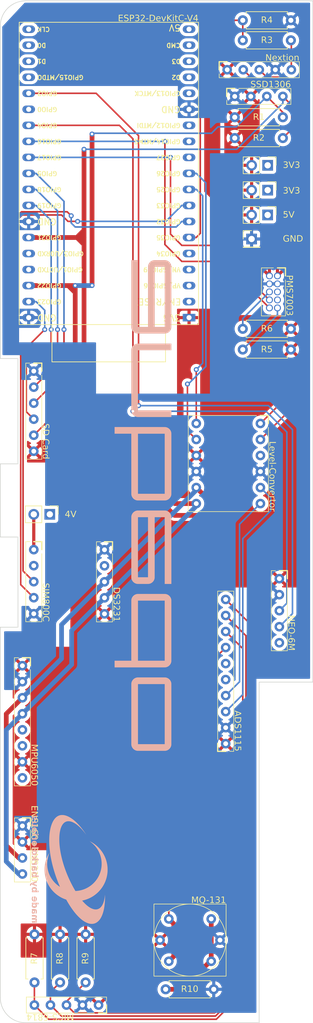
<source format=kicad_pcb>
(kicad_pcb (version 20240108) (generator "pcbnew") (generator_version "8.0")
  (title_block (title "opaque: Open-source Portable Air QUality Equipment") (date "2025-02-01") (rev "R1.1") (company "Barkın Özsoy (barkolorious)") (comment 1 "TÜBİTAK 2204-D"))
  (layers (0 "F.Cu" signal) (31 "B.Cu" signal) (34 "B.Paste" user) (35 "F.Paste" user) (36 "B.SilkS" user "B.Silkscreen") (37 "F.SilkS" user "F.Silkscreen") (38 "B.Mask" user) (39 "F.Mask" user) (44 "Edge.Cuts" user))
  (net 0 "")
  (net 2 "5V")
  (net 3 "4V")
  (net 6 "3V3")
  (net 8 "BAT_{Level}")
  (net 9 "BAT_{Charge}")
  (net 10 "BTN_{Record}")
  (net 11 "BTN_{Backup}")
  (net 12 "SCL")
  (net 13 "SDA")
  (net 14 "Net-(U11-INT)")
  (net 15 "INT_{Nextion}")
  (net 16 "GND")
  (net 17 "Net-(U12-SET)")
  (net 18 "Net-(U12-RESET)")
  (net 19 "Net-(U10-A2)")
  (net 20 "Net-(U10-A1)")
  (net 21 "Net-(U10-A0)")
  (net 22 "Net-(R10-Pad1)")
  (net 24 "RX_{PMS7003}")
  (net 27 "RX_{SIM800C}")
  (net 28 "TX_{SIM800C}")
  (net 33 "CLK")
  (net 35 "~{CS}_{SD}")
  (net 36 "TX_{PMS7003}")
  (net 38 "unconnected-(U1-SD_DATA3{slash}GPIO10-Pad17)")
  (net 40 "MISO")
  (net 41 "RX_{Nextion}")
  (net 42 "TX_{Nextion}")
  (net 44 "RX_{NEO-6M}")
  (net 47 "MOSI")
  (net 49 "TX_{NEO-6M}")
  (net 56 "Net-(U11-RXD)")
  (net 57 "Net-(U11-TXD)")
  (net 58 "Net-(U10-SCL)")
  (net 59 "Net-(U10-SDA)")
  (net 64 "Net-(U10-A3)")
  (footprint "Connector_PinHeader_2.54mm:PinHeader_1x02_P2.54mm_Vertical" (layer "F.Cu") (at 124.041 89.375 -90)
    (property "Reference" "J2" (hide yes))
    (property "Value" "Conn_01x02_Pin" (hide yes))
  )
  (footprint "opaque-components:MPU6050" (layer "F.Cu") (at 85.198 169.721 -90)
    (property "Reference" "U3" (hide yes))
    (property "Value" "~")
  )
  (footprint "opaque-components:ENS160+ENS210" (layer "F.Cu") (at 85.198 190.041 -90)
    (property "Reference" "U4" (hide yes))
    (property "Value" "~")
  )
  (footprint "Resistor_THT:R_Axial_DIN0207_L6.3mm_D2.5mm_P7.62mm_Horizontal" (layer "F.Cu") (at 127.724 58.514 180)
    (property "Reference" "R4")
    (property "Value" "10kΩ")
  )
  (footprint "opaque-components:Level-Convertor" (layer "F.Cu") (at 117.818 128.781 -90)
    (property "Reference" "U9" (hide yes))
    (property "Value" "~")
  )
  (footprint "Resistor_THT:R_Axial_DIN0207_L6.3mm_D2.5mm_P7.62mm_Horizontal" (layer "F.Cu") (at 127.724 110.711 180)
    (property "Reference" "R5")
    (property "Value" "10kΩ")
  )
  (footprint "PCM_Espressif:ESP32-DevKitC" (layer "F.Cu") (at 111.59432 105.64828 180)
    (property "Reference" "U1" (hide yes))
    (property "Value" "ESP32-DevKitC" (hide yes))
  )
  (footprint "Resistor_THT:R_Axial_DIN0207_L6.3mm_D2.5mm_P7.62mm_Horizontal" (layer "F.Cu") (at 118.834 77.183)
    (property "Reference" "R2")
    (property "Value" "3.3kΩ")
  )
  (footprint "Resistor_THT:R_Axial_DIN0207_L6.3mm_D2.5mm_P7.62mm_Horizontal" (layer "F.Cu") (at 120.104 61.689)
    (property "Reference" "R3")
    (property "Value" "5.6kΩ")
  )
  (footprint "opaque-components:MQ-131" (layer "F.Cu") (at 111.748 204.331)
    (property "Reference" "U14" (hide yes))
    (property "Value" "~")
  )
  (footprint "opaque-components:SD_Card" (layer "F.Cu") (at 86.998 120.481 -90)
    (property "Reference" "U6" (hide yes))
    (property "Value" "~")
  )
  (footprint "Connector_PinHeader_2.54mm:PinHeader_1x01_P2.54mm_Vertical" (layer "F.Cu") (at 121.501 93.185)
    (property "Reference" "J1" (hide yes))
    (property "Value" "Conn_01x01_Socket" (hide yes))
  )
  (footprint "opaque-components:SIM800C" (layer "F.Cu") (at 86.998 146.876 -90)
    (property "Reference" "U5" (hide yes))
    (property "Value" "~")
  )
  (footprint "Connector_PinHeader_2.54mm:PinHeader_1x02_P2.54mm_Vertical" (layer "F.Cu") (at 124.046 85.438 -90)
    (property "Reference" "J4" (hide yes))
    (property "Value" "Conn_01x02_Pin" (hide yes))
  )
  (footprint "Resistor_THT:R_Axial_DIN0207_L6.3mm_D2.5mm_P7.62mm_Horizontal" (layer "F.Cu") (at 127.724 107.423 180)
    (property "Reference" "R6")
    (property "Value" "10kΩ")
  )
  (footprint "Connector_PinHeader_2.54mm:PinHeader_1x02_P2.54mm_Vertical" (layer "F.Cu") (at 124.046 81.501 -90)
    (property "Reference" "J5" (hide yes))
    (property "Value" "Conn_01x02_Pin" (hide yes))
  )
  (footprint "opaque-components:NX4827P043" (layer "F.Cu") (at 122.718 66.351)
    (property "Reference" "U11" (hide yes))
    (property "Value" "~")
  )
  (footprint "opaque-components:NEO-6M" (layer "F.Cu") (at 125.898 152.111 -90)
    (property "Reference" "U7" (hide yes))
    (property "Value" "~")
  )
  (footprint "Connector_PinHeader_2.54mm:PinHeader_1x02_P2.54mm_Vertical" (layer "F.Cu") (at 89.538 136.831 -90)
    (property "Reference" "J3" (hide yes))
    (property "Value" "Conn_01x02_Pin" (hide yes))
  )
  (footprint "Resistor_THT:R_Axial_DIN0207_L6.3mm_D2.5mm_P7.62mm_Horizontal" (layer "F.Cu") (at 118.834 73.881)
    (property "Reference" "R1")
    (property "Value" "3.3kΩ")
  )
  (footprint "Resistor_THT:R_Axial_DIN0207_L6.3mm_D2.5mm_P7.62mm_Horizontal" (layer "F.Cu") (at 95.212 211.041 90)
    (property "Reference" "R9")
    (property "Value" "47kΩ")
  )
  (footprint "Resistor_THT:R_Axial_DIN0207_L6.3mm_D2.5mm_P7.62mm_Horizontal" (layer "F.Cu") (at 91.162 211.041 90)
    (property "Reference" "R8")
    (property "Value" "47kΩ")
  )
  (footprint "opaque-components:SSD1306" (layer "F.Cu") (at 122.644 70.579)
    (property "Reference" "U8" (hide yes))
    (property "Value" "~")
  )
  (footprint "opaque-components:MICS-6814" (layer "F.Cu") (at 92.178 214.631 180)
    (property "Reference" "U13" (hide yes))
    (property "Value" "~")
  )
  (footprint "Resistor_THT:R_Axial_DIN0207_L6.3mm_D2.5mm_P7.62mm_Horizontal" (layer "F.Cu") (at 107.888 212.131)
    (property "Reference" "R10")
    (property "Value" "1MΩ")
  )
  (footprint "Resistor_THT:R_Axial_DIN0207_L6.3mm_D2.5mm_P7.62mm_Horizontal" (layer "F.Cu") (at 87.112 211.041 90)
    (property "Reference" "R7")
    (property "Value" "47kΩ")
  )
  (footprint "opaque-components:PMS7003" (layer "F.Cu") (at 124.963 101.571 -90)
    (property "Reference" "U12" (hide yes))
    (property "Value" "~")
  )
  (footprint "opaque-components:DS3231" (layer "F.Cu") (at 98.198 147.531 -90)
    (property "Reference" "U2" (hide yes))
    (property "Value" "~")
  )
  (footprint "clipboard:4caf8f08-ef57-4cd8-b036-9392498239b6" (layer "F.Cu") (at 85.814 215.867 180)
    (property "Reference" "")
    (property "Value" "")
  )
  (footprint "opaque-components:ADS1115" (layer "F.Cu") (at 117.398 161.761 90)
    (property "Reference" "U10" (hide yes))
    (property "Value" "~")
  )
  (footprint "LOGO" (layer "B.Cu") (at 104.298 135.431 90)
    (property "Reference" "G***" (hide yes))
    (property "Value" "LOGO" (hide yes))
  )
  (footprint "LOGO" (layer "B.Cu") (at 93.698 193.131 90)
    (property "Reference" "G***" (hide yes))
    (property "Value" "LOGO" (hide yes))
  )
  (gr_poly (pts (xy 94.577 93.312) (xy 93.815 93.312) (xy 94.577 94.074)) (stroke (width 0.2)) (fill solid) (layer "F.Cu") (net 13))
  (gr_poly (pts (xy 94.577 92.55) (xy 94.577 91.788) (xy 93.815 92.55)) (stroke (width 0.2)) (fill solid) (layer "F.Cu") (net 13))
  (gr_poly (pts (xy 93.18 100.932) (xy 92.418 100.932) (xy 93.18 101.694)) (stroke (width 0.2)) (fill solid) (layer "F.Cu") (net 12))
  (gr_line (start 122.698 163.431) (end 122.698 217.431) (stroke (width 0.1)) (layer "Edge.Cuts"))
  (gr_line (start 84.498 154.731) (end 84.498 140.431) (stroke (width 0.1)) (layer "Edge.Cuts"))
  (gr_line (start 131.198 163.431) (end 122.698 163.431) (stroke (width 0.1)) (layer "Edge.Cuts"))
  (gr_line (start 131.198 55.431) (end 131.198 163.431) (stroke (width 0.1)) (layer "Edge.Cuts"))
  (gr_line (start 84.498 128.831) (end 84.498 112.131) (stroke (width 0.1)) (layer "Edge.Cuts"))
  (gr_line (start 85.698 55.431) (end 131.198 55.431) (stroke (width 0.1)) (layer "Edge.Cuts"))
  (gr_arc (start 81.698 59.431) (mid 82.869573 56.602573) (end 85.698 55.431) (stroke (width 0.1)) (layer "Edge.Cuts"))
  (gr_line (start 81.698 128.831) (end 84.498 128.831) (stroke (width 0.1)) (layer "Edge.Cuts"))
  (gr_line (start 81.698 154.731) (end 84.498 154.731) (stroke (width 0.1)) (layer "Edge.Cuts"))
  (gr_line (start 84.498 112.131) (end 81.698 112.131) (stroke (width 0.1)) (layer "Edge.Cuts"))
  (gr_line (start 81.698 213.431) (end 81.698 154.731) (stroke (width 0.1)) (layer "Edge.Cuts"))
  (gr_arc (start 85.698 217.431) (mid 82.869573 216.259427) (end 81.698 213.431) (stroke (width 0.1)) (layer "Edge.Cuts"))
  (gr_line (start 122.698 217.431) (end 85.698 217.431) (stroke (width 0.1)) (layer "Edge.Cuts"))
  (gr_line (start 81.698 140.431) (end 81.698 128.831) (stroke (width 0.1)) (layer "Edge.Cuts"))
  (gr_line (start 81.698 112.131) (end 81.698 59.431) (stroke (width 0.1)) (layer "Edge.Cuts"))
  (gr_line (start 84.498 140.431) (end 81.698 140.431) (stroke (width 0.1)) (layer "Edge.Cuts"))
  (gr_text "made by barkolorious" (at 87.698 193.132169 270) (layer "B.SilkS") (effects (font (size 1 1) (thickness 0.2) (bold yes)) (justify top mirror)))
  (gr_text "3V3" (at 126.454 85.565 0) (layer "F.SilkS") (effects (font (size 1 1)) (justify left)))
  (gr_text "5V" (at 126.454 89.375 0) (layer "F.SilkS") (effects (font (size 1 1)) (justify left)))
  (gr_text "GND" (at 126.454 93.185 0) (layer "F.SilkS") (effects (font (size 1 1)) (justify left)))
  (gr_text "4V" (at 91.91 136.873 0) (layer "F.SilkS") (effects (font (size 1 1)) (justify left)))
  (gr_text "3V3" (at 126.454 81.501 0) (layer "F.SilkS") (effects (font (size 1 1)) (justify left)))
  (segment (start 124.328 99.031) (end 124.328 97.282) (width 0.5) (layer "F.Cu") (net 2))
  (segment (start 125.598 99.031) (end 125.598 97.249) (width 0.5) (layer "F.Cu") (net 2))
  (segment (start 86.998 142.431) (end 86.998 136.831) (width 0.5) (layer "F.Cu") (net 3))
  (segment (start 114.643 135.857) (end 114.643 134.496) (width 0.75) (layer "F.Cu") (net 12))
  (segment (start 86.19432 100.56828) (end 93.561 100.56828) (width 0.75) (layer "F.Cu") (net 12))
  (segment (start 126.454 73.881) (end 126.454 73.119) (width 0.25) (layer "F.Cu") (net 12))
  (segment (start 93.561 121.252471) (end 109.308529 137) (width 0.75) (layer "F.Cu") (net 12))
  (segment (start 126.454 73.119) (end 123.914 70.579) (width 0.25) (layer "F.Cu") (net 12))
  (segment (start 113.5 137) (end 114.643 135.857) (width 0.75) (layer "F.Cu") (net 12))
  (segment (start 96.228 100.551) (end 96.228 76.548) (width 0.75) (layer "F.Cu") (net 12))
  (segment (start 114.643 134.496) (end 112.738 132.591) (width 0.75) (layer "F.Cu") (net 12))
  (segment (start 82.639 168.47) (end 82.639 189.324) (width 0.75) (layer "F.Cu") (net 12))
  (segment (start 87.35528 100.56828) (end 86.19432 100.56828) (width 0.75) (layer "F.Cu") (net 12))
  (segment (start 84.626 191.311) (end 85.198 191.311) (width 0.75) (layer "F.Cu") (net 12))
  (segment (start 82.639 189.324) (end 84.626 191.311) (width 0.75) (layer "F.Cu") (net 12))
  (segment (start 109.308529 137) (end 113.5 137) (width 0.75) (layer "F.Cu") (net 12))
  (segment (start 85.198 165.911) (end 82.639 168.47) (width 0.75) (layer "F.Cu") (net 12))
  (segment (start 93.561 100.56828) (end 93.561 121.252471) (width 0.75) (layer "F.Cu") (net 12))
  (via (at 96.228 100.551) (size 0.8) (drill 0.4) (layers "F.Cu" "B.Cu") (net 12))
  (via (at 96.228 76.548) (size 0.8) (drill 0.4) (layers "F.Cu" "B.Cu") (net 12))
  (via (at 93.561 100.56828) (size 0.8) (drill 0.4) (layers "F.Cu" "B.Cu") (net 12))
  (segment (start 96.355 76.421) (end 115.151 76.421) (width 0.25) (layer "B.Cu") (net 12))
  (segment (start 115.151 76.421) (end 116.167 75.405) (width 0.25) (layer "B.Cu") (net 12))
  (segment (start 91.398 154.331) (end 98.198 147.531) (width 0.75) (layer "B.Cu") (net 12))
  (segment (start 96.228 76.548) (end 96.355 76.421) (width 0.25) (layer "B.Cu") (net 12))
  (segment (start 112.738 132.991) (end 112.738 132.591) (width 0.75) (layer "B.Cu") (net 12))
  (segment (start 98.198 147.531) (end 112.738 132.991) (width 0.75) (layer "B.Cu") (net 12))
  (segment (start 96.21072 100.56828) (end 96.228 100.551) (width 0.75) (layer "B.Cu") (net 12))
  (segment (start 119.088 75.405) (end 123.914 70.579) (width 0.25) (layer "B.Cu") (net 12))
  (segment (start 85.198 165.911) (end 91.398 159.711) (width 0.75) (layer "B.Cu") (net 12))
  (segment (start 116.167 75.405) (end 119.088 75.405) (width 0.25) (layer "B.Cu") (net 12))
  (segment (start 91.398 159.711) (end 91.398 154.331) (width 0.75) (layer "B.Cu") (net 12))
  (segment (start 93.561 100.56828) (end 96.21072 100.56828) (width 0.75) (layer "B.Cu") (net 12))
  (segment (start 94.958 92.94828) (end 86.19432 92.94828) (width 0.75) (layer "F.Cu") (net 13))
  (segment (start 94.958 78.961) (end 94.958 92.94828) (width 0.75) (layer "F.Cu") (net 13))
  (segment (start 94.958 120.744) (end 94.958 92.94828) (width 0.75) (layer "F.Cu") (net 13))
  (segment (start 127.851 75.786) (end 126.454 77.183) (width 0.25) (layer "F.Cu") (net 13))
  (segment (start 126.454 70.579) (end 127.851 71.976) (width 0.25) (layer "F.Cu") (net 13))
  (segment (start 127.851 71.976) (end 127.851 75.786) (width 0.25) (layer "F.Cu") (net 13))
  (segment (start 109.345 135.131) (end 94.958 120.744) (width 0.75) (layer "F.Cu") (net 13))
  (segment (start 112.738 135.131) (end 109.345 135.131) (width 0.75) (layer "F.Cu") (net 13))
  (via (at 94.958 78.961) (size 0.8) (drill 0.4) (layers "F.Cu" "B.Cu") (net 13))
  (segment (start 84.626 193.851) (end 85.198 193.851) (width 0.75) (layer "B.Cu") (net 13))
  (segment (start 126.454 71.65663) (end 126.454 70.579) (width 0.25) (layer "B.Cu") (net 13))
  (segment (start 98.198 150.071) (end 112.738 135.531) (width 0.75) (layer "B.Cu") (net 13))
  (segment (start 112.738 135.531) (end 112.738 135.131) (width 0.75) (layer "B.Cu") (net 13))
  (segment (start 119.14963 78.961) (end 126.454 71.65663) (width 0.25) (layer "B.Cu") (net 13))
  (segment (start 85.198 168.451) (end 92.998 160.651) (width 0.75) (layer "B.Cu") (net 13))
  (segment (start 85.198 168.451) (end 82.639 171.01) (width 0.75) (layer "B.Cu") (net 13))
  (segment (start 82.639 171.01) (end 82.639 191.864) (width 0.75) (layer "B.Cu") (net 13))
  (segment (start 92.998 160.651) (end 92.998 155.271) (width 0.75) (layer "B.Cu") (net 13))
  (segment (start 82.639 191.864) (end 84.626 193.851) (width 0.75) (layer "B.Cu") (net 13))
  (segment (start 92.998 155.271) (end 98.198 150.071) (width 0.75) (layer "B.Cu") (net 13))
  (segment (start 94.958 78.961) (end 119.14963 78.961) (width 0.25) (layer "B.Cu") (net 13))
  (segment (start 127.798 66.351) (end 127.798 61.763) (width 0.25) (layer "F.Cu") (net 14))
  (segment (start 127.798 61.763) (end 127.724 61.689) (width 0.25) (layer "F.Cu") (net 14))
  (segment (start 120.104 58.514) (end 118.834 58.514) (width 0.25) (layer "F.Cu") (net 15))
  (segment (start 113.373 63.975) (end 113.373 92.296) (width 0.25) (layer "F.Cu") (net 15))
  (segment (start 120.104 58.514) (end 120.104 61.689) (width 0.25) (layer "F.Cu") (net 15))
  (segment (start 118.834 58.514) (end 113.373 63.975) (width 0.25) (layer "F.Cu") (net 15))
  (segment (start 113.373 92.296) (end 112.72072 92.94828) (width 0.25) (layer "F.Cu") (net 15))
  (segment (start 112.72072 92.94828) (end 111.59432 92.94828) (width 0.25) (layer "F.Cu") (net 15))
  (segment (start 111.749 72.48) (end 111.598 72.631) (width 0.25) (layer "B.Cu") (net 16))
  (segment (start 125.598 100.301) (end 127.466 100.301) (width 0.5) (layer "B.Cu") (net 16))
  (segment (start 124.328 100.301) (end 125.598 100.301) (width 0.5) (layer "B.Cu") (net 16))
  (segment (start 127.466 100.301) (end 127.47 100.297) (width 0.5) (layer "B.Cu") (net 16))
  (segment (start 124.328 100.301) (end 122.521 100.301) (width 0.5) (layer "B.Cu") (net 16))
  (segment (start 125.598 105.217) (end 120.104 110.711) (width 0.25) (layer "B.Cu") (net 17))
  (segment (start 125.598 104.111) (end 125.598 105.217) (width 0.25) (layer "B.Cu") (net 17))
  (segment (start 120.104 105.795) (end 124.328 101.571) (width 0.25) (layer "B.Cu") (net 18))
  (segment (start 120.104 107.423) (end 120.104 105.795) (width 0.25) (layer "B.Cu") (net 18))
  (segment (start 115.786 216.375) (end 120.612 211.549) (width 0.25) (layer "F.Cu") (net 19))
  (segment (start 120.612 156.085) (end 117.398 152.871) (width 0.25) (layer "F.Cu") (net 19))
  (segment (start 120.612 211.549) (end 120.612 156.085) (width 0.25) (layer "F.Cu") (net 19))
  (segment (start 91.382 216.375) (end 115.786 216.375) (width 0.25) (layer "F.Cu") (net 19))
  (segment (start 89.638 214.631) (end 91.382 216.375) (width 0.25) (layer "F.Cu") (net 19))
  (segment (start 89.638 214.631) (end 89.638 212.565) (width 0.25) (layer "F.Cu") (net 19))
  (segment (start 89.638 212.565) (end 91.162 211.041) (width 0.25) (layer "F.Cu") (net 19))
  (segment (start 120.104 211.422) (end 120.104 158.117) (width 0.25) (layer "F.Cu") (net 20))
  (segment (start 92.178 214.075) (end 92.178 214.631) (width 0.25) (layer "F.Cu") (net 20))
  (segment (start 93.414 215.867) (end 115.659 215.867) (width 0.25) (layer "F.Cu") (net 20))
  (segment (start 92.178 214.631) (end 93.414 215.867) (width 0.25) (layer "F.Cu") (net 20))
  (segment (start 115.659 215.867) (end 120.104 211.422) (width 0.25) (layer "F.Cu") (net 20))
  (segment (start 95.212 211.041) (end 92.178 214.075) (width 0.25) (layer "F.Cu") (net 20))
  (segment (start 120.104 158.117) (end 117.398 155.411) (width 0.25) (layer "F.Cu") (net 20))
  (segment (start 109.182 201.765) (end 109.182 206.897) (width 0.75) (layer "F.Cu") (net 21))
  (segment (start 114.262 161.087) (end 117.398 157.951) (width 0.25) (layer "F.Cu") (net 21))
  (segment (start 108.389243 200.972243) (end 109.182 201.765) (width 0.75) (layer "F.Cu") (net 21))
  (segment (start 109.182 206.897) (end 108.389243 207.689757) (width 0.75) (layer "F.Cu") (net 21))
  (segment (start 114.262 190.349486) (end 114.262 161.087) (width 0.25) (layer "F.Cu") (net 21))
  (segment (start 108.389243 200.972243) (end 108.389243 196.222243) (width 0.25) (layer "F.Cu") (net 21))
  (segment (start 108.389243 196.222243) (end 114.262 190.349486) (width 0.25) (layer "F.Cu") (net 21))
  (segment (start 110.505 212.131) (end 107.888 212.131) (width 0.75) (layer "F.Cu") (net 22))
  (segment (start 115.106757 200.972243) (end 115.106757 207.689757) (width 0.75) (layer "F.Cu") (net 22))
  (segment (start 115.106757 207.689757) (end 114.946243 207.689757) (width 0.75) (layer "F.Cu") (net 22))
  (segment (start 114.946243 207.689757) (end 110.505 212.131) (width 0.75) (layer "F.Cu") (net 22))
  (segment (start 110.452 94.201) (end 108.65672 92.40572) (width 0.25) (layer "F.Cu") (net 24))
  (segment (start 124.299 102.841) (end 115.659 94.201) (width 0.25) (layer "F.Cu") (net 24))
  (segment (start 124.328 102.841) (end 124.299 102.841) (width 0.25) (layer "F.Cu") (net 24))
  (segment (start 86.46628 80.24828) (end 86.19432 80.24828) (width 0.25) (layer "F.Cu") (net 24))
  (segment (start 115.659 94.201) (end 110.452 94.201) (width 0.25) (layer "F.Cu") (net 24))
  (segment (start 108.65672 92.40572) (end 108.65672 80.24828) (width 0.25) (layer "F.Cu") (net 24))
  (via (at 108.65672 80.24828) (size 0.8) (drill 0.4) (layers "F.Cu" "B.Cu") (net 24))
  (segment (start 86.19432 80.24828) (end 108.65672 80.24828) (width 0.25) (layer "B.Cu") (net 24))
  (segment (start 84.544 90.01) (end 84.544 110.584) (width 0.25) (layer "F.Cu") (net 27))
  (segment (start 92.418 90.391) (end 91.402 89.375) (width 0.25) (layer "F.Cu") (net 27))
  (segment (start 93.942 90.391) (end 92.418 90.391) (width 0.25) (layer "F.Cu") (net 27))
  (segment (start 85.179 89.375) (end 84.544 90.01) (width 0.25) (layer "F.Cu") (net 27))
  (segment (start 85.3 111.34) (end 85.3 145.813) (width 0.25) (layer "F.Cu") (net 27))
  (segment (start 91.402 89.375) (end 85.179 89.375) (width 0.25) (layer "F.Cu") (net 27))
  (segment (start 85.3 145.813) (end 86.998 147.511) (width 0.25) (layer "F.Cu") (net 27))
  (segment (start 84.544 110.584) (end 85.3 111.34) (width 0.25) (layer "F.Cu") (net 27))
  (via (at 93.942 90.391) (size 0.8) (drill 0.4) (layers "F.Cu" "B.Cu") (net 27))
  (segment (start 93.942 90.391) (end 107.912 90.391) (width 0.25) (layer "B.Cu") (net 27))
  (segment (start 107.912 90.391) (end 110.43472 87.86828) (width 0.25) (layer "B.Cu") (net 27))
  (segment (start 110.43472 87.86828) (end 111.59432 87.86828) (width 0.25) (layer "B.Cu") (net 27))
  (segment (start 84.036 89.883) (end 84.036 110.711) (width 0.25) (layer "F.Cu") (net 28))
  (segment (start 84.923 111.598) (end 84.923 147.976) (width 0.25) (layer "F.Cu") (net 28))
  (segment (start 84.036 110.711) (end 84.923 111.598) (width 0.25) (layer "F.Cu") (net 28))
  (segment (start 84.923 147.976) (end 86.998 150.051) (width 0.25) (layer "F.Cu") (net 28))
  (segment (start 92.926 89.502) (end 92.291 88.867) (width 0.25) (layer "F.Cu") (net 28))
  (segment (start 92.291 88.867) (end 85.052 88.867) (width 0.25) (layer "F.Cu") (net 28))
  (segment (start 85.052 88.867) (end 84.036 89.883) (width 0.25) (layer "F.Cu") (net 28))
  (via (at 92.926 89.502) (size 0.8) (drill 0.4) (layers "F.Cu" "B.Cu") (net 28))
  (segment (start 92.926 89.502) (end 92.926 90.645) (width 0.25) (layer "B.Cu") (net 28))
  (segment (start 109.563 91.28) (end 110.43472 90.40828) (width 0.25) (layer "B.Cu") (net 28))
  (segment (start 93.561 91.28) (end 109.563 91.28) (width 0.25) (layer "B.Cu") (net 28))
  (segment (start 92.926 90.645) (end 93.561 91.28) (width 0.25) (layer "B.Cu") (net 28))
  (segment (start 110.43472 90.40828) (end 111.59432 90.40828) (width 0.25) (layer "B.Cu") (net 28))
  (segment (start 90.767 115.442) (end 90.767 107.536) (width 0.25) (layer "F.Cu") (net 33))
  (segment (start 86.998 119.211) (end 90.767 115.442) (width 0.25) (layer "F.Cu") (net 33))
  (via (at 90.767 107.536) (size 0.8) (drill 0.4) (layers "F.Cu" "B.Cu") (net 33))
  (segment (start 87.35528 85.32828) (end 86.19432 85.32828) (width 0.25) (layer "B.Cu") (net 33))
  (segment (start 90.767 107.536) (end 90.767 88.74) (width 0.25) (layer "B.Cu") (net 33))
  (segment (start 90.767 88.74) (end 87.35528 85.32828) (width 0.25) (layer "B.Cu") (net 33))
  (segment (start 91.783 119.506) (end 91.783 107.536) (width 0.25) (layer "F.Cu") (net 35))
  (segment (start 86.998 124.291) (end 91.783 119.506) (width 0.25) (layer "F.Cu") (net 35))
  (via (at 91.783 107.536) (size 0.8) (drill 0.4) (layers "F.Cu" "B.Cu") (net 35))
  (segment (start 87.35528 82.78828) (end 86.19432 82.78828) (width 0.25) (layer "B.Cu") (net 35))
  (segment (start 91.783 87.216) (end 87.35528 82.78828) (width 0.25) (layer "B.Cu") (net 35))
  (segment (start 91.783 107.536) (end 91.783 87.216) (width 0.25) (layer "B.Cu") (net 35))
  (segment (start 107.76772 77.70828) (end 107.76772 94.05672) (width 0.25) (layer "F.Cu") (net 36))
  (segment (start 107.76772 94.05672) (end 110.452 96.741) (width 0.25) (layer "F.Cu") (net 36))
  (segment (start 110.452 96.741) (end 116.958 96.741) (width 0.25) (layer "F.Cu") (net 36))
  (segment (start 124.328 104.111) (end 122.038 101.821) (width 0.25) (layer "F.Cu") (net 36))
  (segment (start 116.958 96.741) (end 122.2775 102.0605) (width 0.25) (layer "F.Cu") (net 36))
  (via (at 107.76772 77.70828) (size 0.8) (drill 0.4) (layers "F.Cu" "B.Cu") (net 36))
  (segment (start 86.19432 77.70828) (end 107.76772 77.70828) (width 0.25) (layer "B.Cu") (net 36))
  (segment (start 111.615 65.011) (end 111.598 65.011) (width 0.25) (layer "B.Cu") (net 38))
  (segment (start 89.751 113.918) (end 89.751 107.536) (width 0.25) (layer "F.Cu") (net 40))
  (segment (start 86.998 116.671) (end 89.751 113.918) (width 0.25) (layer "F.Cu") (net 40))
  (via (at 89.751 107.536) (size 0.8) (drill 0.4) (layers "F.Cu" "B.Cu") (net 40))
  (segment (start 89.751 107.536) (end 89.751 90.264) (width 0.25) (layer "B.Cu") (net 40))
  (segment (start 89.751 90.264) (end 87.35528 87.86828) (width 0.25) (layer "B.Cu") (net 40))
  (segment (start 87.35528 87.86828) (end 86.19432 87.86828) (width 0.25) (layer "B.Cu") (net 40))
  (segment (start 111.341 116.172) (end 111.341 123.574) (width 0.25) (layer "F.Cu") (net 41))
  (segment (start 111.341 123.574) (end 112.738 124.971) (width 0.25) (layer "F.Cu") (net 41))
  (via (at 111.341 116.172) (size 0.8) (drill 0.4) (layers "F.Cu" "B.Cu") (net 41))
  (segment (start 114.262 84.295) (end 112.75528 82.78828) (width 0.25) (layer "B.Cu") (net 41))
  (segment (start 111.477305 116.172) (end 114.262 113.387305) (width 0.25) (layer "B.Cu") (net 41))
  (segment (start 111.341 116.172) (end 111.477305 116.172) (width 0.25) (layer "B.Cu") (net 41))
  (segment (start 114.262 113.387305) (end 114.262 84.295) (width 0.25) (layer "B.Cu") (net 41))
  (segment (start 112.75528 82.78828) (end 111.59432 82.78828) (width 0.25) (layer "B.Cu") (net 41))
  (segment (start 112.738 122.431) (end 112.738 113.886) (width 0.25) (layer "F.Cu") (net 42))
  (via (at 112.738 113.886) (size 0.8) (drill 0.4) (layers "F.Cu" "B.Cu") (net 42))
  (segment (start 112.738 113.886) (end 113.754 112.87) (width 0.25) (layer "B.Cu") (net 42))
  (segment (start 113.754 112.87) (end 113.754 86.327) (width 0.25) (layer "B.Cu") (net 42))
  (segment (start 112.75528 85.32828) (end 111.59432 85.32828) (width 0.25) (layer "B.Cu") (net 42))
  (segment (start 113.754 86.327) (end 112.75528 85.32828) (width 0.25) (layer "B.Cu") (net 42))
  (segment (start 103.594 119.601) (end 103.594 76.802) (width 0.25) (layer "F.Cu") (net 44))
  (segment (start 96.88028 70.08828) (end 86.19432 70.08828) (width 0.25) (layer "F.Cu") (net 44))
  (segment (start 103.594 76.802) (end 96.88028 70.08828) (width 0.25) (layer "F.Cu") (net 44))
  (via (at 103.594 119.601) (size 0.8) (drill 0.4) (layers "F.Cu" "B.Cu") (net 44))
  (segment (start 124.168 119.601) (end 127.978 123.411) (width 0.25) (layer "B.Cu") (net 44))
  (segment (start 103.594 119.601) (end 124.168 119.601) (width 0.25) (layer "B.Cu") (net 44))
  (segment (start 127.978 123.411) (end 127.978 152.571) (width 0.25) (layer "B.Cu") (net 44))
  (segment (start 127.978 152.571) (end 125.898 154.651) (width 0.25) (layer "B.Cu") (net 44))
  (segment (start 86.998 121.751) (end 85.814 120.567) (width 0.25) (layer "F.Cu") (net 47))
  (segment (start 85.814 120.567) (end 85.814 110.457) (width 0.25) (layer "F.Cu") (net 47))
  (segment (start 85.814 110.457) (end 88.735 107.536) (width 0.25) (layer "F.Cu") (net 47))
  (via (at 88.735 107.536) (size 0.8) (drill 0.4) (layers "F.Cu" "B.Cu") (net 47))
  (segment (start 88.735 107.536) (end 88.735 104.488) (width 0.25) (layer "B.Cu") (net 47))
  (segment (start 87.35528 103.10828) (end 86.19432 103.10828) (width 0.25) (layer "B.Cu") (net 47))
  (segment (start 88.735 104.488) (end 87.35528 103.10828) (width 0.25) (layer "B.Cu") (net 47))
  (segment (start 100.56328 75.16828) (end 86.19432 75.16828) (width 0.25) (layer "F.Cu") (net 49))
  (segment (start 102.705 77.31) (end 100.56328 75.16828) (width 0.25) (layer "F.Cu") (net 49))
  (segment (start 102.705 120.49) (end 102.705 77.31) (width 0.25) (layer "F.Cu") (net 49))
  (via (at 102.705 120.49) (size 0.8) (drill 0.4) (layers "F.Cu" "B.Cu") (net 49))
  (segment (start 123.787 120.49) (end 127.089 123.792) (width 0.25) (layer "B.Cu") (net 49))
  (segment (start 127.089 150.92) (end 125.898 152.111) (width 0.25) (layer "B.Cu") (net 49))
  (segment (start 102.705 120.49) (end 123.787 120.49) (width 0.25) (layer "B.Cu") (net 49))
  (segment (start 127.089 123.792) (end 127.089 150.92) (width 0.25) (layer "B.Cu") (net 49))
  (segment (start 123.898 67.531) (end 126.708 67.531) (width 0.25) (layer "F.Cu") (net 56))
  (segment (start 122.718 66.351) (end 123.898 67.531) (width 0.25) (layer "F.Cu") (net 56))
  (segment (start 130.645 117.224) (end 122.898 124.971) (width 0.25) (layer "F.Cu") (net 56))
  (segment (start 126.708 67.531) (end 130.645 71.468) (width 0.25) (layer "F.Cu") (net 56))
  (segment (start 130.645 71.468) (end 130.645 117.224) (width 0.25) (layer "F.Cu") (net 56))
  (segment (start 122.90275 122.431) (end 129.883 115.45075) (width 0.25) (layer "F.Cu") (net 57))
  (segment (start 129.883 115.45075) (end 129.883 71.239158) (width 0.25) (layer "F.Cu") (net 57))
  (segment (start 121.739 67.912) (end 120.178 66.351) (width 0.25) (layer "F.Cu") (net 57))
  (segment (start 122.898 122.431) (end 122.90275 122.431) (width 0.25) (layer "F.Cu") (net 57))
  (segment (start 129.883 71.239158) (end 126.555842 67.912) (width 0.25) (layer "F.Cu") (net 57))
  (segment (start 126.555842 67.912) (end 121.739 67.912) (width 0.25) (layer "F.Cu") (net 57))
  (segment (start 120.104 165.405) (end 120.104 140.683) (width 0.25) (layer "B.Cu") (net 58))
  (segment (start 120.104 140.683) (end 124.549 136.238) (width 0.25) (layer "B.Cu") (net 58))
  (segment (start 124.549 136.238) (end 124.549 134.242) (width 0.25) (layer "B.Cu") (net 58))
  (segment (start 124.549 134.242) (end 122.898 132.591) (width 0.25) (layer "B.Cu") (net 58))
  (segment (start 117.398 168.111) (end 120.104 165.405) (width 0.25) (layer "B.Cu") (net 58))
  (segment (start 122.862 135.131) (end 122.898 135.131) (width 0.25) (layer "B.Cu") (net 59))
  (segment (start 117.398 165.571) (end 119.596 163.373) (width 0.25) (layer "B.Cu") (net 59))
  (segment (start 119.596 138.397) (end 122.862 135.131) (width 0.25) (layer "B.Cu") (net 59))
  (segment (start 119.596 163.373) (end 119.596 138.397) (width 0.25) (layer "B.Cu") (net 59))
  (segment (start 87.098 214.631) (end 87.098 211.055) (width 0.25) (layer "F.Cu") (net 64))
  (segment (start 121.12 211.676) (end 121.12 154.053) (width 0.25) (layer "F.Cu") (net 64))
  (segment (start 89.35 216.883) (end 115.913 216.883) (width 0.25) (layer "F.Cu") (net 64))
  (segment (start 87.098 214.631) (end 89.35 216.883) (width 0.25) (layer "F.Cu") (net 64))
  (segment (start 115.913 216.883) (end 121.12 211.676) (width 0.25) (layer "F.Cu") (net 64))
  (segment (start 121.12 154.053) (end 117.398 150.331) (width 0.25) (layer "F.Cu") (net 64))
  (segment (start 87.098 211.055) (end 87.112 211.041) (width 0.25) (layer "F.Cu") (net 64))
  (zone (net 2) (net_name "5V") (layer "F.Cu") (priority 2) (connect_pads (clearance 0.5)) (min_thickness 0.25) (fill yes (thermal_gap 0.5) (thermal_bridge_width 0.5))
    (polygon (pts (xy 119.469 68.293) (xy 116.548 68.293) (xy 116.548 84.295) (xy 119.723 87.47) (xy 126.708 87.47) (xy 126.708 100.424) (xy 119.469 100.424) (xy 119.469 91.153) (xy 113.881 85.565) (xy 113.881 64.61) (xy 119.469 64.61)))
  )
  (zone (net 2) (net_name "5V") (layer "F.Cu") (connect_pads (clearance 0.5)) (min_thickness 0.25) (fill yes (thermal_gap 0.5) (thermal_bridge_width 0.5))
    (polygon (pts (xy 95.974 207.104) (xy 84.925 207.104) (xy 84.925 201.703) (xy 109.347 201.703) (xy 109.347 195.801) (xy 114.897 190.34) (xy 114.77 171.417) (xy 119.342 171.417) (xy 119.469 211.295) (xy 114.77 215.994) (xy 95.974 215.994)))
  )
  (zone (net 6) (net_name "3V3") (layer "F.Cu") (priority 3) (connect_pads (clearance 0.5)) (min_thickness 0.25) (fill yes (thermal_gap 0.5) (thermal_bridge_width 0.5))
    (polygon (pts (xy 122.771 79.215) (xy 129.756 79.215) (xy 129.756 105.25) (xy 129.756 148.43) (xy 112.103 148.43) (xy 112.103 190.086) (xy 89.624 190.086) (xy 83.655 190.086) (xy 83.655 157.828) (xy 92.799 157.828) (xy 92.799 128.618) (xy 84.925 128.618) (xy 84.925 125.062) (xy 109.69 125.062) (xy 109.69 104.234) (xy 117.31 104.234) (xy 117.31 105.25) (xy 127.216 105.25) (xy 127.089 87.089) (xy 120.104 87.089) (xy 117.183 84.295) (xy 117.183 79.215) (xy 117.183 69.309) (xy 122.771 69.309)))
  )
  (zone (net 16) (net_name "GND") (layer "B.Cu") (priority 1) (connect_pads (clearance 0.5)) (min_thickness 0.25) (fill yes (thermal_gap 0.5) (thermal_bridge_width 0.5))
    (polygon (pts (xy 130.772 162.908) (xy 122.263 162.908) (xy 122.263 215.867) (xy 93.434 215.867) (xy 93.434 213.327) (xy 88.989 213.327) (xy 88.989 188.943) (xy 83.909 188.943) (xy 83.909 184.625) (xy 87.465 184.625) (xy 87.465 164.686) (xy 82.301 164.686) (xy 82.301 155.374) (xy 85.052 155.374) (xy 85.052 151.351) (xy 88.798 151.351) (xy 88.798 115.531) (xy 85.052 115.537) (xy 85.052 111.6) (xy 82.036 111.6) (xy 82.004 88.994) (xy 87.973 88.994) (xy 87.973 91.788) (xy 84.671 91.788) (xy 84.671 104.234) (xy 88.1 104.234) (xy 88.1 107.282) (xy 84.671 107.282) (xy 84.671 109.56816) (xy 96.863 109.568) (xy 96.863 117.696) (xy 114.897 117.696) (xy 114.897 74.008) (xy 109.817 74.008) (xy 109.817 68.928) (xy 84.671 68.928) (xy 84.671 88.994) (xy 82.004 88.994) (xy 82.004 59.53) (xy 85.56 55.72) (xy 130.772 55.72)))
  )
)
</source>
